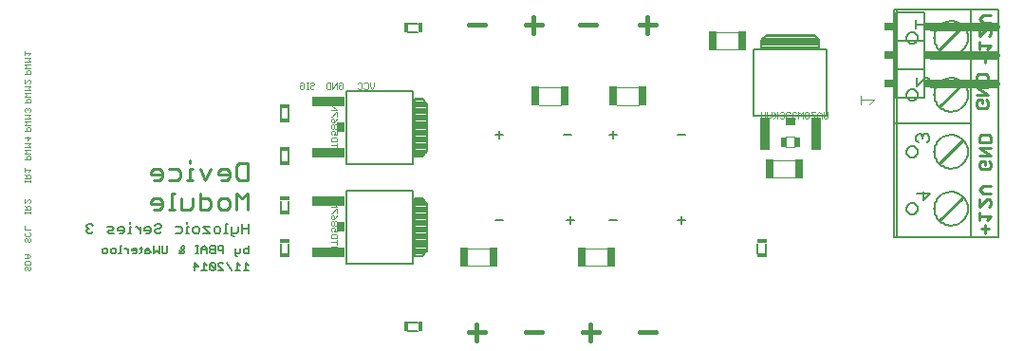
<source format=gbo>
G75*
%MOIN*%
%OFA0B0*%
%FSLAX24Y24*%
%IPPOS*%
%LPD*%
%AMOC8*
5,1,8,0,0,1.08239X$1,22.5*
%
%ADD10C,0.0020*%
%ADD11C,0.0040*%
%ADD12C,0.0090*%
%ADD13C,0.0150*%
%ADD14C,0.0110*%
%ADD15C,0.0050*%
%ADD16C,0.0080*%
%ADD17C,0.0060*%
%ADD18R,0.0295X0.0669*%
%ADD19C,0.0300*%
%ADD20R,0.0200X0.0300*%
%ADD21R,0.0400X0.0300*%
%ADD22R,0.0340X0.0160*%
%ADD23R,0.0160X0.0340*%
%ADD24R,0.1140X0.0340*%
%ADD25R,0.0300X0.0340*%
%ADD26C,0.0079*%
%ADD27C,0.0100*%
%ADD28R,0.0197X0.0374*%
%ADD29R,0.0340X0.1140*%
%ADD30R,0.0340X0.0300*%
D10*
X018324Y003804D02*
X018544Y003804D01*
X018324Y003951D01*
X018544Y003951D01*
X018544Y004025D02*
X018544Y004172D01*
X018544Y004099D02*
X018324Y004099D01*
X018324Y004246D02*
X018324Y004357D01*
X018360Y004393D01*
X018507Y004393D01*
X018544Y004357D01*
X018544Y004246D01*
X018324Y004246D01*
X018360Y004467D02*
X018324Y004504D01*
X018324Y004577D01*
X018360Y004614D01*
X018434Y004614D01*
X018471Y004577D01*
X018471Y004541D01*
X018434Y004467D01*
X018544Y004467D01*
X018544Y004614D01*
X018507Y004688D02*
X018471Y004688D01*
X018434Y004725D01*
X018434Y004798D01*
X018397Y004835D01*
X018360Y004835D01*
X018324Y004798D01*
X018324Y004725D01*
X018360Y004688D01*
X018397Y004688D01*
X018434Y004725D01*
X018434Y004798D02*
X018471Y004835D01*
X018507Y004835D01*
X018544Y004798D01*
X018544Y004725D01*
X018507Y004688D01*
X018434Y004909D02*
X018434Y005019D01*
X018397Y005056D01*
X018360Y005056D01*
X018324Y005019D01*
X018324Y004946D01*
X018360Y004909D01*
X018434Y004909D01*
X018507Y004983D01*
X018544Y005056D01*
X018544Y005130D02*
X018544Y005277D01*
X018507Y005277D01*
X018360Y005130D01*
X018324Y005130D01*
X018324Y005351D02*
X018544Y005351D01*
X018324Y005498D01*
X018544Y005498D01*
X018544Y005572D02*
X018324Y005572D01*
X018324Y005719D01*
X018324Y007204D02*
X018544Y007204D01*
X018324Y007351D01*
X018544Y007351D01*
X018544Y007425D02*
X018544Y007572D01*
X018544Y007499D02*
X018324Y007499D01*
X018324Y007646D02*
X018324Y007757D01*
X018360Y007793D01*
X018507Y007793D01*
X018544Y007757D01*
X018544Y007646D01*
X018324Y007646D01*
X018360Y007867D02*
X018324Y007904D01*
X018324Y007977D01*
X018360Y008014D01*
X018434Y008014D01*
X018471Y007977D01*
X018471Y007941D01*
X018434Y007867D01*
X018544Y007867D01*
X018544Y008014D01*
X018507Y008088D02*
X018471Y008088D01*
X018434Y008125D01*
X018434Y008198D01*
X018397Y008235D01*
X018360Y008235D01*
X018324Y008198D01*
X018324Y008125D01*
X018360Y008088D01*
X018397Y008088D01*
X018434Y008125D01*
X018434Y008198D02*
X018471Y008235D01*
X018507Y008235D01*
X018544Y008198D01*
X018544Y008125D01*
X018507Y008088D01*
X018434Y008309D02*
X018434Y008419D01*
X018397Y008456D01*
X018360Y008456D01*
X018324Y008419D01*
X018324Y008346D01*
X018360Y008309D01*
X018434Y008309D01*
X018507Y008383D01*
X018544Y008456D01*
X018544Y008530D02*
X018544Y008677D01*
X018507Y008677D01*
X018360Y008530D01*
X018324Y008530D01*
X018324Y008751D02*
X018544Y008751D01*
X018324Y008898D01*
X018544Y008898D01*
X018544Y008972D02*
X018324Y008972D01*
X018324Y009119D01*
X018302Y009493D02*
X018192Y009493D01*
X018155Y009530D01*
X018155Y009677D01*
X018192Y009714D01*
X018302Y009714D01*
X018302Y009493D01*
X018192Y009493D01*
X018155Y009530D01*
X018155Y009677D01*
X018192Y009714D01*
X018302Y009714D01*
X018302Y009493D01*
X018376Y009493D02*
X018376Y009714D01*
X018376Y009493D01*
X018523Y009714D01*
X018523Y009493D01*
X018523Y009714D01*
X018376Y009493D01*
X018597Y009530D02*
X018597Y009603D01*
X018670Y009603D01*
X018597Y009603D01*
X018597Y009530D01*
X018634Y009493D01*
X018707Y009493D01*
X018744Y009530D01*
X018744Y009677D01*
X018707Y009714D01*
X018634Y009714D01*
X018597Y009677D01*
X018634Y009714D01*
X018707Y009714D01*
X018744Y009677D01*
X018744Y009530D01*
X018707Y009493D01*
X018634Y009493D01*
X018597Y009530D01*
X019255Y009530D02*
X019292Y009493D01*
X019365Y009493D01*
X019402Y009530D01*
X019402Y009677D01*
X019365Y009714D01*
X019292Y009714D01*
X019255Y009677D01*
X019476Y009677D02*
X019513Y009714D01*
X019586Y009714D01*
X019623Y009677D01*
X019623Y009530D01*
X019586Y009493D01*
X019513Y009493D01*
X019476Y009530D01*
X019697Y009567D02*
X019697Y009714D01*
X019844Y009714D02*
X019844Y009567D01*
X019770Y009493D01*
X019697Y009567D01*
X017744Y009530D02*
X017707Y009493D01*
X017634Y009493D01*
X017597Y009530D01*
X017597Y009567D01*
X017634Y009603D01*
X017707Y009603D01*
X017744Y009640D01*
X017744Y009677D01*
X017707Y009714D01*
X017634Y009714D01*
X017597Y009677D01*
X017523Y009714D02*
X017449Y009714D01*
X017486Y009714D02*
X017486Y009493D01*
X017523Y009493D02*
X017449Y009493D01*
X017375Y009530D02*
X017339Y009493D01*
X017265Y009493D01*
X017229Y009530D01*
X017229Y009603D01*
X017302Y009603D01*
X017375Y009677D02*
X017375Y009530D01*
X017375Y009677D02*
X017339Y009714D01*
X017265Y009714D01*
X017229Y009677D01*
X033418Y008674D02*
X033418Y008490D01*
X033455Y008453D01*
X033528Y008453D01*
X033565Y008490D01*
X033565Y008674D01*
X033639Y008674D02*
X033639Y008527D01*
X033712Y008453D01*
X033786Y008527D01*
X033786Y008674D01*
X033860Y008674D02*
X034007Y008527D01*
X033970Y008563D02*
X033860Y008453D01*
X034007Y008453D02*
X034007Y008674D01*
X034081Y008637D02*
X034118Y008674D01*
X034191Y008674D01*
X034228Y008637D01*
X034228Y008490D01*
X034191Y008453D01*
X034118Y008453D01*
X034081Y008490D01*
X034302Y008490D02*
X034339Y008453D01*
X034412Y008453D01*
X034449Y008490D01*
X034523Y008490D02*
X034560Y008453D01*
X034633Y008453D01*
X034670Y008490D01*
X034744Y008453D02*
X034744Y008674D01*
X034817Y008600D01*
X034891Y008674D01*
X034891Y008453D01*
X034965Y008490D02*
X035002Y008453D01*
X035075Y008453D01*
X035112Y008490D01*
X035112Y008527D01*
X035075Y008563D01*
X035002Y008563D01*
X034965Y008527D01*
X034965Y008490D01*
X035002Y008563D02*
X034965Y008600D01*
X034965Y008637D01*
X035002Y008674D01*
X035075Y008674D01*
X035112Y008637D01*
X035112Y008600D01*
X035075Y008563D01*
X035186Y008637D02*
X035333Y008490D01*
X035333Y008453D01*
X035407Y008453D02*
X035407Y008600D01*
X035480Y008674D01*
X035554Y008600D01*
X035554Y008453D01*
X035628Y008490D02*
X035665Y008453D01*
X035738Y008453D01*
X035775Y008490D01*
X035775Y008674D01*
X035628Y008674D02*
X035628Y008490D01*
X035554Y008563D02*
X035407Y008563D01*
X035333Y008674D02*
X035186Y008674D01*
X035186Y008637D01*
X034670Y008637D02*
X034633Y008674D01*
X034560Y008674D01*
X034523Y008637D01*
X034523Y008600D01*
X034560Y008563D01*
X034523Y008527D01*
X034523Y008490D01*
X034560Y008563D02*
X034596Y008563D01*
X034449Y008637D02*
X034412Y008674D01*
X034339Y008674D01*
X034302Y008637D01*
X034302Y008600D01*
X034339Y008563D01*
X034302Y008527D01*
X034302Y008490D01*
X034339Y008563D02*
X034375Y008563D01*
D11*
X007607Y003103D02*
X007574Y003137D01*
X007574Y003203D01*
X007607Y003237D01*
X007641Y003237D01*
X007674Y003203D01*
X007674Y003137D01*
X007707Y003103D01*
X007741Y003103D01*
X007774Y003137D01*
X007774Y003203D01*
X007741Y003237D01*
X007774Y003324D02*
X007574Y003324D01*
X007574Y003424D01*
X007607Y003458D01*
X007741Y003458D01*
X007774Y003424D01*
X007774Y003324D01*
X007707Y003545D02*
X007574Y003545D01*
X007674Y003545D02*
X007674Y003679D01*
X007707Y003679D02*
X007574Y003679D01*
X007707Y003679D02*
X007774Y003612D01*
X007707Y003545D01*
X007707Y004103D02*
X007674Y004137D01*
X007674Y004203D01*
X007641Y004237D01*
X007607Y004237D01*
X007574Y004203D01*
X007574Y004137D01*
X007607Y004103D01*
X007707Y004103D02*
X007741Y004103D01*
X007774Y004137D01*
X007774Y004203D01*
X007741Y004237D01*
X007741Y004324D02*
X007607Y004324D01*
X007574Y004358D01*
X007574Y004424D01*
X007607Y004458D01*
X007574Y004545D02*
X007574Y004679D01*
X007574Y004545D02*
X007774Y004545D01*
X007741Y004458D02*
X007774Y004424D01*
X007774Y004358D01*
X007741Y004324D01*
X007774Y005103D02*
X007774Y005170D01*
X007774Y005137D02*
X007574Y005137D01*
X007574Y005170D02*
X007574Y005103D01*
X007574Y005251D02*
X007774Y005251D01*
X007774Y005351D01*
X007741Y005384D01*
X007674Y005384D01*
X007641Y005351D01*
X007641Y005251D01*
X007641Y005317D02*
X007574Y005384D01*
X007574Y005472D02*
X007707Y005605D01*
X007741Y005605D01*
X007774Y005572D01*
X007774Y005505D01*
X007741Y005472D01*
X007574Y005472D02*
X007574Y005605D01*
X007574Y006203D02*
X007574Y006270D01*
X007574Y006237D02*
X007774Y006237D01*
X007774Y006270D02*
X007774Y006203D01*
X007774Y006351D02*
X007574Y006351D01*
X007641Y006351D02*
X007641Y006451D01*
X007674Y006484D01*
X007741Y006484D01*
X007774Y006451D01*
X007774Y006351D01*
X007641Y006417D02*
X007574Y006484D01*
X007574Y006572D02*
X007574Y006705D01*
X007574Y006638D02*
X007774Y006638D01*
X007707Y006572D01*
X007641Y007003D02*
X007641Y007103D01*
X007674Y007137D01*
X007741Y007137D01*
X007774Y007103D01*
X007774Y007003D01*
X007574Y007003D01*
X007574Y007224D02*
X007641Y007291D01*
X007574Y007358D01*
X007774Y007358D01*
X007774Y007445D02*
X007574Y007445D01*
X007574Y007579D02*
X007774Y007579D01*
X007707Y007512D01*
X007774Y007445D01*
X007674Y007666D02*
X007674Y007800D01*
X007774Y007766D02*
X007674Y007666D01*
X007574Y007766D02*
X007774Y007766D01*
X007774Y008003D02*
X007574Y008003D01*
X007641Y008003D02*
X007641Y008103D01*
X007674Y008137D01*
X007741Y008137D01*
X007774Y008103D01*
X007774Y008003D01*
X007774Y008224D02*
X007574Y008224D01*
X007641Y008291D01*
X007574Y008358D01*
X007774Y008358D01*
X007774Y008445D02*
X007707Y008512D01*
X007774Y008579D01*
X007574Y008579D01*
X007607Y008666D02*
X007574Y008700D01*
X007574Y008766D01*
X007607Y008800D01*
X007641Y008800D01*
X007674Y008766D01*
X007674Y008733D01*
X007674Y008766D02*
X007707Y008800D01*
X007741Y008800D01*
X007774Y008766D01*
X007774Y008700D01*
X007741Y008666D01*
X007774Y008445D02*
X007574Y008445D01*
X007574Y009003D02*
X007774Y009003D01*
X007774Y009103D01*
X007741Y009137D01*
X007674Y009137D01*
X007641Y009103D01*
X007641Y009003D01*
X007574Y009224D02*
X007641Y009291D01*
X007574Y009358D01*
X007774Y009358D01*
X007774Y009445D02*
X007574Y009445D01*
X007574Y009579D02*
X007774Y009579D01*
X007707Y009512D01*
X007774Y009445D01*
X007741Y009666D02*
X007774Y009700D01*
X007774Y009766D01*
X007741Y009800D01*
X007707Y009800D01*
X007574Y009666D01*
X007574Y009800D01*
X007574Y010003D02*
X007774Y010003D01*
X007774Y010103D01*
X007741Y010137D01*
X007674Y010137D01*
X007641Y010103D01*
X007641Y010003D01*
X007574Y010224D02*
X007641Y010291D01*
X007574Y010358D01*
X007774Y010358D01*
X007774Y010445D02*
X007574Y010445D01*
X007574Y010579D02*
X007774Y010579D01*
X007707Y010512D01*
X007774Y010445D01*
X007707Y010666D02*
X007774Y010733D01*
X007574Y010733D01*
X007574Y010666D02*
X007574Y010800D01*
X007574Y010224D02*
X007774Y010224D01*
X007774Y009224D02*
X007574Y009224D01*
X007574Y007224D02*
X007774Y007224D01*
X023124Y003893D02*
X023884Y003893D01*
X023884Y003273D02*
X023124Y003273D01*
X027274Y003273D02*
X028034Y003273D01*
X028034Y003893D02*
X027274Y003893D01*
X033874Y006373D02*
X034634Y006373D01*
X034634Y006993D02*
X033874Y006993D01*
X034314Y007463D02*
X034594Y007463D01*
X034594Y007798D02*
X034314Y007798D01*
X036924Y008953D02*
X036924Y009260D01*
X036924Y009107D02*
X037384Y009107D01*
X037231Y008953D01*
X032634Y010873D02*
X031874Y010873D01*
X031874Y011493D02*
X032634Y011493D01*
X029134Y009543D02*
X028374Y009543D01*
X028374Y008923D02*
X029134Y008923D01*
X026384Y008923D02*
X025624Y008923D01*
X025624Y009543D02*
X026384Y009543D01*
D12*
X040999Y009562D02*
X041409Y009562D01*
X041409Y009749D02*
X040999Y009749D01*
X040999Y009954D01*
X041067Y010023D01*
X041341Y010023D01*
X041409Y009954D01*
X041409Y009749D01*
X040999Y009562D02*
X041409Y009289D01*
X040999Y009289D01*
X041067Y009102D02*
X041204Y009102D01*
X041204Y008965D01*
X041341Y008828D02*
X041067Y008828D01*
X040999Y008897D01*
X040999Y009034D01*
X041067Y009102D01*
X041341Y009102D02*
X041409Y009034D01*
X041409Y008897D01*
X041341Y008828D01*
X041441Y007873D02*
X041167Y007873D01*
X041099Y007804D01*
X041099Y007599D01*
X041509Y007599D01*
X041509Y007804D01*
X041441Y007873D01*
X041509Y007412D02*
X041099Y007412D01*
X041509Y007139D01*
X041099Y007139D01*
X041167Y006952D02*
X041304Y006952D01*
X041304Y006815D01*
X041441Y006678D02*
X041167Y006678D01*
X041099Y006747D01*
X041099Y006884D01*
X041167Y006952D01*
X041441Y006952D02*
X041509Y006884D01*
X041509Y006747D01*
X041441Y006678D01*
X041509Y006083D02*
X041236Y006083D01*
X041099Y005946D01*
X041236Y005810D01*
X041509Y005810D01*
X041441Y005623D02*
X041509Y005554D01*
X041509Y005418D01*
X041441Y005349D01*
X041372Y005623D02*
X041099Y005349D01*
X041099Y005623D01*
X041372Y005623D02*
X041441Y005623D01*
X041099Y005162D02*
X041099Y004889D01*
X041099Y005026D02*
X041509Y005026D01*
X041372Y004889D01*
X041304Y004702D02*
X041304Y004428D01*
X041441Y004565D02*
X041167Y004565D01*
X041304Y010428D02*
X041304Y010702D01*
X041441Y010565D02*
X041167Y010565D01*
X041099Y010889D02*
X041099Y011162D01*
X041099Y011026D02*
X041509Y011026D01*
X041372Y010889D01*
X041441Y011349D02*
X041509Y011418D01*
X041509Y011554D01*
X041441Y011623D01*
X041372Y011623D01*
X041099Y011349D01*
X041099Y011623D01*
X041236Y011810D02*
X041099Y011946D01*
X041236Y012083D01*
X041509Y012083D01*
X041509Y011810D02*
X041236Y011810D01*
D13*
X029729Y011734D02*
X029162Y011734D01*
X029445Y012017D02*
X029445Y011450D01*
X027629Y011734D02*
X027062Y011734D01*
X025729Y011734D02*
X025162Y011734D01*
X025445Y012017D02*
X025445Y011450D01*
X023729Y011734D02*
X023162Y011734D01*
X023445Y001217D02*
X023445Y000650D01*
X023162Y000934D02*
X023729Y000934D01*
X025162Y000934D02*
X025729Y000934D01*
X027162Y000934D02*
X027729Y000934D01*
X027445Y001217D02*
X027445Y000650D01*
X029162Y000934D02*
X029729Y000934D01*
D14*
X015399Y005238D02*
X015399Y005829D01*
X015202Y005632D01*
X015005Y005829D01*
X015005Y005238D01*
X014754Y005337D02*
X014656Y005238D01*
X014459Y005238D01*
X014361Y005337D01*
X014361Y005534D01*
X014459Y005632D01*
X014656Y005632D01*
X014754Y005534D01*
X014754Y005337D01*
X014110Y005337D02*
X014110Y005534D01*
X014011Y005632D01*
X013716Y005632D01*
X013465Y005632D02*
X013465Y005337D01*
X013367Y005238D01*
X013071Y005238D01*
X013071Y005632D01*
X012391Y005534D02*
X012292Y005632D01*
X012096Y005632D01*
X011997Y005534D01*
X011997Y005435D01*
X012391Y005435D01*
X012391Y005337D02*
X012391Y005534D01*
X012391Y005337D02*
X012292Y005238D01*
X012096Y005238D01*
X012624Y005238D02*
X012821Y005238D01*
X012722Y005238D02*
X012722Y005829D01*
X012821Y005829D01*
X013716Y005829D02*
X013716Y005238D01*
X014011Y005238D01*
X014110Y005337D01*
X013913Y006288D02*
X013716Y006682D01*
X013465Y006682D02*
X013367Y006682D01*
X013367Y006288D01*
X013465Y006288D02*
X013268Y006288D01*
X013035Y006387D02*
X012937Y006288D01*
X012642Y006288D01*
X012391Y006387D02*
X012391Y006584D01*
X012292Y006682D01*
X012096Y006682D01*
X011997Y006584D01*
X011997Y006485D01*
X012391Y006485D01*
X012391Y006387D02*
X012292Y006288D01*
X012096Y006288D01*
X012642Y006682D02*
X012937Y006682D01*
X013035Y006584D01*
X013035Y006387D01*
X013913Y006288D02*
X014110Y006682D01*
X014361Y006584D02*
X014361Y006485D01*
X014754Y006485D01*
X014754Y006387D02*
X014754Y006584D01*
X014656Y006682D01*
X014459Y006682D01*
X014361Y006584D01*
X015005Y006780D02*
X015104Y006879D01*
X015399Y006879D01*
X015399Y006288D01*
X015104Y006288D01*
X015005Y006387D01*
X015005Y006780D01*
X014754Y006387D02*
X014656Y006288D01*
X014459Y006288D01*
X013367Y006879D02*
X013367Y006977D01*
D15*
X013571Y003979D02*
X013661Y003979D01*
X013616Y003979D02*
X013616Y003708D01*
X013661Y003708D02*
X013571Y003708D01*
X013775Y003708D02*
X013775Y003888D01*
X013865Y003979D01*
X013956Y003888D01*
X013956Y003708D01*
X014070Y003753D02*
X014115Y003708D01*
X014250Y003708D01*
X014250Y003979D01*
X014115Y003979D01*
X014070Y003934D01*
X014070Y003888D01*
X014115Y003843D01*
X014250Y003843D01*
X014365Y003843D02*
X014365Y003934D01*
X014410Y003979D01*
X014545Y003979D01*
X014545Y003708D01*
X014545Y003798D02*
X014410Y003798D01*
X014365Y003843D01*
X014115Y003843D02*
X014070Y003798D01*
X014070Y003753D01*
X013956Y003843D02*
X013775Y003843D01*
X013170Y003798D02*
X013080Y003888D01*
X013080Y003934D01*
X013125Y003979D01*
X013170Y003934D01*
X013170Y003888D01*
X012990Y003708D01*
X013080Y003708D02*
X013125Y003708D01*
X013170Y003753D01*
X013170Y003798D01*
X013080Y003708D02*
X012990Y003798D01*
X012580Y003753D02*
X012535Y003708D01*
X012445Y003708D01*
X012400Y003753D01*
X012400Y003979D01*
X012286Y003979D02*
X012286Y003708D01*
X012196Y003798D01*
X012106Y003708D01*
X012106Y003979D01*
X011946Y003888D02*
X011856Y003888D01*
X011811Y003843D01*
X011811Y003708D01*
X011946Y003708D01*
X011991Y003753D01*
X011946Y003798D01*
X011811Y003798D01*
X011697Y003888D02*
X011606Y003888D01*
X011651Y003934D02*
X011651Y003753D01*
X011606Y003708D01*
X011500Y003753D02*
X011455Y003708D01*
X011365Y003708D01*
X011320Y003798D02*
X011500Y003798D01*
X011500Y003753D02*
X011500Y003843D01*
X011455Y003888D01*
X011365Y003888D01*
X011320Y003843D01*
X011320Y003798D01*
X011205Y003798D02*
X011115Y003888D01*
X011070Y003888D01*
X011205Y003888D02*
X011205Y003708D01*
X010960Y003708D02*
X010870Y003708D01*
X010915Y003708D02*
X010915Y003979D01*
X010960Y003979D01*
X010763Y003843D02*
X010718Y003888D01*
X010628Y003888D01*
X010583Y003843D01*
X010583Y003753D01*
X010628Y003708D01*
X010718Y003708D01*
X010763Y003753D01*
X010763Y003843D01*
X010469Y003843D02*
X010424Y003888D01*
X010334Y003888D01*
X010289Y003843D01*
X010289Y003753D01*
X010334Y003708D01*
X010424Y003708D01*
X010469Y003753D01*
X010469Y003843D01*
X012580Y003753D02*
X012580Y003979D01*
X013526Y003379D02*
X013661Y003243D01*
X013481Y003243D01*
X013526Y003108D02*
X013526Y003379D01*
X013865Y003379D02*
X013865Y003108D01*
X013775Y003108D02*
X013956Y003108D01*
X014070Y003153D02*
X014115Y003108D01*
X014205Y003108D01*
X014250Y003153D01*
X014070Y003334D01*
X014070Y003153D01*
X013956Y003288D02*
X013865Y003379D01*
X014070Y003334D02*
X014115Y003379D01*
X014205Y003379D01*
X014250Y003334D01*
X014250Y003153D01*
X014365Y003108D02*
X014545Y003108D01*
X014365Y003288D01*
X014365Y003334D01*
X014410Y003379D01*
X014500Y003379D01*
X014545Y003334D01*
X014659Y003379D02*
X014839Y003108D01*
X014954Y003108D02*
X015134Y003108D01*
X015044Y003108D02*
X015044Y003379D01*
X015134Y003288D01*
X015339Y003379D02*
X015339Y003108D01*
X015429Y003108D02*
X015249Y003108D01*
X015429Y003288D02*
X015339Y003379D01*
X015294Y003708D02*
X015249Y003753D01*
X015249Y003843D01*
X015294Y003888D01*
X015429Y003888D01*
X015429Y003979D02*
X015429Y003708D01*
X015294Y003708D01*
X015134Y003753D02*
X015089Y003708D01*
X014954Y003708D01*
X014954Y003663D02*
X014999Y003618D01*
X015044Y003618D01*
X014954Y003663D02*
X014954Y003888D01*
X015134Y003888D02*
X015134Y003753D01*
X038899Y005803D02*
X039349Y005803D01*
X039124Y005578D01*
X039124Y005878D01*
X039254Y007598D02*
X039329Y007673D01*
X039329Y007823D01*
X039254Y007898D01*
X039179Y007898D01*
X039104Y007823D01*
X039029Y007898D01*
X038954Y007898D01*
X038879Y007823D01*
X038879Y007673D01*
X038954Y007598D01*
X039104Y007748D02*
X039104Y007823D01*
X039274Y009578D02*
X039349Y009653D01*
X039349Y009803D01*
X039274Y009878D01*
X039199Y009878D01*
X038899Y009578D01*
X038899Y009878D01*
X038879Y011598D02*
X038879Y011898D01*
X038879Y011748D02*
X039329Y011748D01*
X039179Y011598D01*
D16*
X035744Y010893D02*
X033163Y010893D01*
X033164Y010893D02*
X033164Y008533D01*
X035744Y008533D01*
X035744Y010893D01*
X035464Y010933D02*
X033444Y010933D01*
X033444Y011213D01*
X033624Y011393D01*
X035284Y011393D01*
X035464Y011213D01*
X035464Y010933D01*
X028224Y008024D02*
X028224Y007743D01*
X028364Y007884D02*
X028084Y007884D01*
X026764Y007884D02*
X026484Y007884D01*
X024364Y007884D02*
X024084Y007884D01*
X024224Y008024D02*
X024224Y007743D01*
X021714Y007303D02*
X021534Y007123D01*
X021254Y007123D01*
X021254Y009143D01*
X021534Y009143D01*
X021714Y008963D01*
X021714Y007303D01*
X021214Y006843D02*
X018854Y006843D01*
X018854Y009423D01*
X021214Y009423D01*
X021213Y009424D02*
X021214Y006843D01*
X021213Y005924D02*
X021214Y003343D01*
X018854Y003343D01*
X018854Y005923D01*
X021214Y005923D01*
X021254Y005643D02*
X021254Y003623D01*
X021534Y003623D01*
X021714Y003803D01*
X021714Y005463D01*
X021534Y005643D01*
X021254Y005643D01*
X024084Y004884D02*
X024364Y004884D01*
X026584Y004884D02*
X026864Y004884D01*
X026724Y005024D02*
X026724Y004743D01*
X028084Y004884D02*
X028364Y004884D01*
X030484Y004884D02*
X030764Y004884D01*
X030624Y005024D02*
X030624Y004743D01*
X030764Y007884D02*
X030484Y007884D01*
D17*
X038104Y008283D02*
X038104Y012283D01*
X038204Y012283D01*
X038204Y004283D01*
X040804Y004283D01*
X040804Y004933D01*
X040804Y005633D01*
X040804Y006933D01*
X040804Y007633D01*
X040804Y008283D01*
X038104Y008283D01*
X038104Y004283D01*
X038204Y004283D01*
X040804Y004283D02*
X041754Y004283D01*
X041754Y012283D01*
X040804Y012283D01*
X040804Y011633D01*
X040804Y010933D01*
X040804Y009633D01*
X040804Y008933D01*
X040804Y008283D01*
X039154Y009183D02*
X038154Y009183D01*
X038154Y010183D01*
X038154Y011183D01*
X038154Y012183D01*
X039154Y012183D01*
X039154Y011183D01*
X039154Y010183D01*
X039154Y009183D01*
X038534Y009283D02*
X038536Y009311D01*
X038542Y009338D01*
X038551Y009364D01*
X038564Y009389D01*
X038581Y009412D01*
X038600Y009432D01*
X038622Y009449D01*
X038646Y009463D01*
X038672Y009473D01*
X038699Y009480D01*
X038727Y009483D01*
X038755Y009482D01*
X038782Y009477D01*
X038809Y009468D01*
X038834Y009456D01*
X038857Y009441D01*
X038878Y009422D01*
X038896Y009401D01*
X038911Y009377D01*
X038922Y009351D01*
X038930Y009325D01*
X038934Y009297D01*
X038934Y009269D01*
X038930Y009241D01*
X038922Y009215D01*
X038911Y009189D01*
X038896Y009165D01*
X038878Y009144D01*
X038857Y009125D01*
X038834Y009110D01*
X038809Y009098D01*
X038782Y009089D01*
X038755Y009084D01*
X038727Y009083D01*
X038699Y009086D01*
X038672Y009093D01*
X038646Y009103D01*
X038622Y009117D01*
X038600Y009134D01*
X038581Y009154D01*
X038564Y009177D01*
X038551Y009202D01*
X038542Y009228D01*
X038536Y009255D01*
X038534Y009283D01*
X039514Y009283D02*
X039516Y009331D01*
X039522Y009379D01*
X039532Y009426D01*
X039545Y009472D01*
X039562Y009517D01*
X039583Y009560D01*
X039608Y009602D01*
X039635Y009641D01*
X039666Y009678D01*
X039700Y009713D01*
X039736Y009744D01*
X039775Y009773D01*
X039816Y009798D01*
X039859Y009820D01*
X039903Y009838D01*
X039949Y009852D01*
X039996Y009863D01*
X040044Y009870D01*
X040092Y009873D01*
X040140Y009872D01*
X040188Y009867D01*
X040235Y009858D01*
X040282Y009846D01*
X040327Y009829D01*
X040371Y009809D01*
X040413Y009786D01*
X040453Y009759D01*
X040490Y009729D01*
X040525Y009696D01*
X040558Y009660D01*
X040587Y009622D01*
X040613Y009581D01*
X040636Y009539D01*
X040655Y009495D01*
X040670Y009449D01*
X040682Y009403D01*
X040690Y009355D01*
X040694Y009307D01*
X040694Y009259D01*
X040690Y009211D01*
X040682Y009163D01*
X040670Y009117D01*
X040655Y009071D01*
X040636Y009027D01*
X040613Y008985D01*
X040587Y008944D01*
X040558Y008906D01*
X040525Y008870D01*
X040490Y008837D01*
X040453Y008807D01*
X040413Y008780D01*
X040371Y008757D01*
X040327Y008737D01*
X040282Y008720D01*
X040235Y008708D01*
X040188Y008699D01*
X040140Y008694D01*
X040092Y008693D01*
X040044Y008696D01*
X039996Y008703D01*
X039949Y008714D01*
X039903Y008728D01*
X039859Y008746D01*
X039816Y008768D01*
X039775Y008793D01*
X039736Y008822D01*
X039700Y008853D01*
X039666Y008888D01*
X039635Y008925D01*
X039608Y008964D01*
X039583Y009006D01*
X039562Y009049D01*
X039545Y009094D01*
X039532Y009140D01*
X039522Y009187D01*
X039516Y009235D01*
X039514Y009283D01*
X039154Y010183D02*
X038154Y010183D01*
X038154Y011183D02*
X039154Y011183D01*
X038534Y011283D02*
X038536Y011311D01*
X038542Y011338D01*
X038551Y011364D01*
X038564Y011389D01*
X038581Y011412D01*
X038600Y011432D01*
X038622Y011449D01*
X038646Y011463D01*
X038672Y011473D01*
X038699Y011480D01*
X038727Y011483D01*
X038755Y011482D01*
X038782Y011477D01*
X038809Y011468D01*
X038834Y011456D01*
X038857Y011441D01*
X038878Y011422D01*
X038896Y011401D01*
X038911Y011377D01*
X038922Y011351D01*
X038930Y011325D01*
X038934Y011297D01*
X038934Y011269D01*
X038930Y011241D01*
X038922Y011215D01*
X038911Y011189D01*
X038896Y011165D01*
X038878Y011144D01*
X038857Y011125D01*
X038834Y011110D01*
X038809Y011098D01*
X038782Y011089D01*
X038755Y011084D01*
X038727Y011083D01*
X038699Y011086D01*
X038672Y011093D01*
X038646Y011103D01*
X038622Y011117D01*
X038600Y011134D01*
X038581Y011154D01*
X038564Y011177D01*
X038551Y011202D01*
X038542Y011228D01*
X038536Y011255D01*
X038534Y011283D01*
X039514Y011283D02*
X039516Y011331D01*
X039522Y011379D01*
X039532Y011426D01*
X039545Y011472D01*
X039562Y011517D01*
X039583Y011560D01*
X039608Y011602D01*
X039635Y011641D01*
X039666Y011678D01*
X039700Y011713D01*
X039736Y011744D01*
X039775Y011773D01*
X039816Y011798D01*
X039859Y011820D01*
X039903Y011838D01*
X039949Y011852D01*
X039996Y011863D01*
X040044Y011870D01*
X040092Y011873D01*
X040140Y011872D01*
X040188Y011867D01*
X040235Y011858D01*
X040282Y011846D01*
X040327Y011829D01*
X040371Y011809D01*
X040413Y011786D01*
X040453Y011759D01*
X040490Y011729D01*
X040525Y011696D01*
X040558Y011660D01*
X040587Y011622D01*
X040613Y011581D01*
X040636Y011539D01*
X040655Y011495D01*
X040670Y011449D01*
X040682Y011403D01*
X040690Y011355D01*
X040694Y011307D01*
X040694Y011259D01*
X040690Y011211D01*
X040682Y011163D01*
X040670Y011117D01*
X040655Y011071D01*
X040636Y011027D01*
X040613Y010985D01*
X040587Y010944D01*
X040558Y010906D01*
X040525Y010870D01*
X040490Y010837D01*
X040453Y010807D01*
X040413Y010780D01*
X040371Y010757D01*
X040327Y010737D01*
X040282Y010720D01*
X040235Y010708D01*
X040188Y010699D01*
X040140Y010694D01*
X040092Y010693D01*
X040044Y010696D01*
X039996Y010703D01*
X039949Y010714D01*
X039903Y010728D01*
X039859Y010746D01*
X039816Y010768D01*
X039775Y010793D01*
X039736Y010822D01*
X039700Y010853D01*
X039666Y010888D01*
X039635Y010925D01*
X039608Y010964D01*
X039583Y011006D01*
X039562Y011049D01*
X039545Y011094D01*
X039532Y011140D01*
X039522Y011187D01*
X039516Y011235D01*
X039514Y011283D01*
X040804Y012283D02*
X038204Y012283D01*
X038534Y007283D02*
X038536Y007311D01*
X038542Y007338D01*
X038551Y007364D01*
X038564Y007389D01*
X038581Y007412D01*
X038600Y007432D01*
X038622Y007449D01*
X038646Y007463D01*
X038672Y007473D01*
X038699Y007480D01*
X038727Y007483D01*
X038755Y007482D01*
X038782Y007477D01*
X038809Y007468D01*
X038834Y007456D01*
X038857Y007441D01*
X038878Y007422D01*
X038896Y007401D01*
X038911Y007377D01*
X038922Y007351D01*
X038930Y007325D01*
X038934Y007297D01*
X038934Y007269D01*
X038930Y007241D01*
X038922Y007215D01*
X038911Y007189D01*
X038896Y007165D01*
X038878Y007144D01*
X038857Y007125D01*
X038834Y007110D01*
X038809Y007098D01*
X038782Y007089D01*
X038755Y007084D01*
X038727Y007083D01*
X038699Y007086D01*
X038672Y007093D01*
X038646Y007103D01*
X038622Y007117D01*
X038600Y007134D01*
X038581Y007154D01*
X038564Y007177D01*
X038551Y007202D01*
X038542Y007228D01*
X038536Y007255D01*
X038534Y007283D01*
X039514Y007283D02*
X039516Y007331D01*
X039522Y007379D01*
X039532Y007426D01*
X039545Y007472D01*
X039562Y007517D01*
X039583Y007560D01*
X039608Y007602D01*
X039635Y007641D01*
X039666Y007678D01*
X039700Y007713D01*
X039736Y007744D01*
X039775Y007773D01*
X039816Y007798D01*
X039859Y007820D01*
X039903Y007838D01*
X039949Y007852D01*
X039996Y007863D01*
X040044Y007870D01*
X040092Y007873D01*
X040140Y007872D01*
X040188Y007867D01*
X040235Y007858D01*
X040282Y007846D01*
X040327Y007829D01*
X040371Y007809D01*
X040413Y007786D01*
X040453Y007759D01*
X040490Y007729D01*
X040525Y007696D01*
X040558Y007660D01*
X040587Y007622D01*
X040613Y007581D01*
X040636Y007539D01*
X040655Y007495D01*
X040670Y007449D01*
X040682Y007403D01*
X040690Y007355D01*
X040694Y007307D01*
X040694Y007259D01*
X040690Y007211D01*
X040682Y007163D01*
X040670Y007117D01*
X040655Y007071D01*
X040636Y007027D01*
X040613Y006985D01*
X040587Y006944D01*
X040558Y006906D01*
X040525Y006870D01*
X040490Y006837D01*
X040453Y006807D01*
X040413Y006780D01*
X040371Y006757D01*
X040327Y006737D01*
X040282Y006720D01*
X040235Y006708D01*
X040188Y006699D01*
X040140Y006694D01*
X040092Y006693D01*
X040044Y006696D01*
X039996Y006703D01*
X039949Y006714D01*
X039903Y006728D01*
X039859Y006746D01*
X039816Y006768D01*
X039775Y006793D01*
X039736Y006822D01*
X039700Y006853D01*
X039666Y006888D01*
X039635Y006925D01*
X039608Y006964D01*
X039583Y007006D01*
X039562Y007049D01*
X039545Y007094D01*
X039532Y007140D01*
X039522Y007187D01*
X039516Y007235D01*
X039514Y007283D01*
X039514Y005283D02*
X039516Y005331D01*
X039522Y005379D01*
X039532Y005426D01*
X039545Y005472D01*
X039562Y005517D01*
X039583Y005560D01*
X039608Y005602D01*
X039635Y005641D01*
X039666Y005678D01*
X039700Y005713D01*
X039736Y005744D01*
X039775Y005773D01*
X039816Y005798D01*
X039859Y005820D01*
X039903Y005838D01*
X039949Y005852D01*
X039996Y005863D01*
X040044Y005870D01*
X040092Y005873D01*
X040140Y005872D01*
X040188Y005867D01*
X040235Y005858D01*
X040282Y005846D01*
X040327Y005829D01*
X040371Y005809D01*
X040413Y005786D01*
X040453Y005759D01*
X040490Y005729D01*
X040525Y005696D01*
X040558Y005660D01*
X040587Y005622D01*
X040613Y005581D01*
X040636Y005539D01*
X040655Y005495D01*
X040670Y005449D01*
X040682Y005403D01*
X040690Y005355D01*
X040694Y005307D01*
X040694Y005259D01*
X040690Y005211D01*
X040682Y005163D01*
X040670Y005117D01*
X040655Y005071D01*
X040636Y005027D01*
X040613Y004985D01*
X040587Y004944D01*
X040558Y004906D01*
X040525Y004870D01*
X040490Y004837D01*
X040453Y004807D01*
X040413Y004780D01*
X040371Y004757D01*
X040327Y004737D01*
X040282Y004720D01*
X040235Y004708D01*
X040188Y004699D01*
X040140Y004694D01*
X040092Y004693D01*
X040044Y004696D01*
X039996Y004703D01*
X039949Y004714D01*
X039903Y004728D01*
X039859Y004746D01*
X039816Y004768D01*
X039775Y004793D01*
X039736Y004822D01*
X039700Y004853D01*
X039666Y004888D01*
X039635Y004925D01*
X039608Y004964D01*
X039583Y005006D01*
X039562Y005049D01*
X039545Y005094D01*
X039532Y005140D01*
X039522Y005187D01*
X039516Y005235D01*
X039514Y005283D01*
X038534Y005283D02*
X038536Y005311D01*
X038542Y005338D01*
X038551Y005364D01*
X038564Y005389D01*
X038581Y005412D01*
X038600Y005432D01*
X038622Y005449D01*
X038646Y005463D01*
X038672Y005473D01*
X038699Y005480D01*
X038727Y005483D01*
X038755Y005482D01*
X038782Y005477D01*
X038809Y005468D01*
X038834Y005456D01*
X038857Y005441D01*
X038878Y005422D01*
X038896Y005401D01*
X038911Y005377D01*
X038922Y005351D01*
X038930Y005325D01*
X038934Y005297D01*
X038934Y005269D01*
X038930Y005241D01*
X038922Y005215D01*
X038911Y005189D01*
X038896Y005165D01*
X038878Y005144D01*
X038857Y005125D01*
X038834Y005110D01*
X038809Y005098D01*
X038782Y005089D01*
X038755Y005084D01*
X038727Y005083D01*
X038699Y005086D01*
X038672Y005093D01*
X038646Y005103D01*
X038622Y005117D01*
X038600Y005134D01*
X038581Y005154D01*
X038564Y005177D01*
X038551Y005202D01*
X038542Y005228D01*
X038536Y005255D01*
X038534Y005283D01*
X033594Y004053D02*
X033594Y003713D01*
X033314Y003713D02*
X033314Y004053D01*
X021374Y001273D02*
X021034Y001273D01*
X021034Y000993D02*
X021374Y000993D01*
X016844Y003713D02*
X016844Y004053D01*
X016564Y004053D02*
X016564Y003713D01*
X014942Y004300D02*
X014885Y004300D01*
X014829Y004357D01*
X014829Y004640D01*
X014687Y004754D02*
X014630Y004754D01*
X014630Y004413D01*
X014574Y004413D02*
X014687Y004413D01*
X014829Y004413D02*
X014999Y004413D01*
X015055Y004470D01*
X015055Y004640D01*
X015197Y004583D02*
X015424Y004583D01*
X015424Y004413D02*
X015424Y004754D01*
X015197Y004754D02*
X015197Y004413D01*
X014442Y004470D02*
X014385Y004413D01*
X014271Y004413D01*
X014215Y004470D01*
X014215Y004583D01*
X014271Y004640D01*
X014385Y004640D01*
X014442Y004583D01*
X014442Y004470D01*
X014073Y004413D02*
X013846Y004413D01*
X013705Y004470D02*
X013648Y004413D01*
X013535Y004413D01*
X013478Y004470D01*
X013478Y004583D01*
X013535Y004640D01*
X013648Y004640D01*
X013705Y004583D01*
X013705Y004470D01*
X013846Y004640D02*
X014073Y004413D01*
X014073Y004640D02*
X013846Y004640D01*
X013337Y004640D02*
X013280Y004640D01*
X013280Y004413D01*
X013337Y004413D02*
X013223Y004413D01*
X013091Y004470D02*
X013034Y004413D01*
X012864Y004413D01*
X013091Y004470D02*
X013091Y004583D01*
X013034Y004640D01*
X012864Y004640D01*
X013280Y004754D02*
X013280Y004810D01*
X012354Y004697D02*
X012354Y004640D01*
X012298Y004583D01*
X012184Y004583D01*
X012128Y004527D01*
X012128Y004470D01*
X012184Y004413D01*
X012298Y004413D01*
X012354Y004470D01*
X012354Y004697D02*
X012298Y004754D01*
X012184Y004754D01*
X012128Y004697D01*
X011986Y004583D02*
X011929Y004640D01*
X011816Y004640D01*
X011759Y004583D01*
X011759Y004527D01*
X011986Y004527D01*
X011986Y004583D02*
X011986Y004470D01*
X011929Y004413D01*
X011816Y004413D01*
X011618Y004413D02*
X011618Y004640D01*
X011618Y004527D02*
X011504Y004640D01*
X011448Y004640D01*
X011311Y004640D02*
X011254Y004640D01*
X011254Y004413D01*
X011198Y004413D02*
X011311Y004413D01*
X011065Y004470D02*
X011009Y004413D01*
X010895Y004413D01*
X010839Y004527D02*
X011065Y004527D01*
X011065Y004583D02*
X011009Y004640D01*
X010895Y004640D01*
X010839Y004583D01*
X010839Y004527D01*
X010697Y004583D02*
X010640Y004640D01*
X010470Y004640D01*
X010527Y004527D02*
X010640Y004527D01*
X010697Y004583D01*
X010697Y004413D02*
X010527Y004413D01*
X010470Y004470D01*
X010527Y004527D01*
X009960Y004470D02*
X009904Y004413D01*
X009790Y004413D01*
X009734Y004470D01*
X009734Y004527D01*
X009790Y004583D01*
X009847Y004583D01*
X009790Y004583D02*
X009734Y004640D01*
X009734Y004697D01*
X009790Y004754D01*
X009904Y004754D01*
X009960Y004697D01*
X011065Y004583D02*
X011065Y004470D01*
X011254Y004754D02*
X011254Y004810D01*
X016564Y005213D02*
X016564Y005553D01*
X016844Y005553D02*
X016844Y005213D01*
X016844Y006963D02*
X016844Y007303D01*
X016564Y007303D02*
X016564Y006963D01*
X016564Y008463D02*
X016564Y008803D01*
X016844Y008803D02*
X016844Y008463D01*
X021034Y011493D02*
X021374Y011493D01*
X021374Y011773D02*
X021034Y011773D01*
D18*
X025481Y009234D03*
X026526Y009233D03*
X028231Y009234D03*
X029276Y009233D03*
X031731Y011184D03*
X032776Y011183D03*
X033731Y006684D03*
X034776Y006683D03*
X028176Y003583D03*
X027131Y003584D03*
X024026Y003583D03*
X022981Y003584D03*
D19*
X039404Y009683D02*
X041654Y009683D01*
X041654Y010683D02*
X039404Y010683D01*
X039404Y011683D02*
X041654Y011683D01*
D20*
X039254Y011683D03*
X039254Y010683D03*
X039254Y009683D03*
D21*
X037954Y009683D03*
X037954Y010683D03*
X037954Y011683D03*
D22*
X016704Y008883D03*
X016704Y008383D03*
X016704Y007383D03*
X016704Y006883D03*
X016704Y005633D03*
X016704Y005133D03*
X016704Y004133D03*
X016704Y003633D03*
X033454Y003633D03*
X033454Y004133D03*
D23*
X021454Y001133D03*
X020954Y001133D03*
X020954Y011633D03*
X021454Y011633D03*
D24*
X018244Y009033D03*
X018244Y007233D03*
X018244Y005533D03*
X018244Y003733D03*
D25*
X018664Y004633D03*
X018664Y008133D03*
D26*
X021254Y008099D02*
X021714Y008099D01*
X021714Y008022D02*
X021254Y008022D01*
X021254Y007945D02*
X021714Y007945D01*
X021714Y007868D02*
X021254Y007868D01*
X021254Y007791D02*
X021714Y007791D01*
X021714Y007714D02*
X021254Y007714D01*
X021254Y007637D02*
X021714Y007637D01*
X021714Y007559D02*
X021254Y007559D01*
X021254Y007482D02*
X021714Y007482D01*
X021714Y007405D02*
X021254Y007405D01*
X021254Y007328D02*
X021714Y007328D01*
X021714Y007303D02*
X021714Y008963D01*
X021534Y009143D01*
X021254Y009143D01*
X021254Y007123D01*
X021534Y007123D01*
X021714Y007303D01*
X021661Y007251D02*
X021254Y007251D01*
X021254Y007174D02*
X021584Y007174D01*
X021714Y008177D02*
X021254Y008177D01*
X021254Y008254D02*
X021714Y008254D01*
X021714Y008331D02*
X021254Y008331D01*
X021254Y008408D02*
X021714Y008408D01*
X021714Y008485D02*
X021254Y008485D01*
X021254Y008562D02*
X021714Y008562D01*
X021714Y008640D02*
X021254Y008640D01*
X021254Y008717D02*
X021714Y008717D01*
X021714Y008794D02*
X021254Y008794D01*
X021254Y008871D02*
X021714Y008871D01*
X021714Y008948D02*
X021254Y008948D01*
X021254Y009025D02*
X021652Y009025D01*
X021575Y009103D02*
X021254Y009103D01*
X021254Y005643D02*
X021254Y003623D01*
X021534Y003623D01*
X021714Y003803D01*
X021714Y005463D01*
X021534Y005643D01*
X021254Y005643D01*
X021254Y005630D02*
X021547Y005630D01*
X021624Y005553D02*
X021254Y005553D01*
X021254Y005476D02*
X021701Y005476D01*
X021714Y005399D02*
X021254Y005399D01*
X021254Y005322D02*
X021714Y005322D01*
X021714Y005245D02*
X021254Y005245D01*
X021254Y005167D02*
X021714Y005167D01*
X021714Y005090D02*
X021254Y005090D01*
X021254Y005013D02*
X021714Y005013D01*
X021714Y004936D02*
X021254Y004936D01*
X021254Y004859D02*
X021714Y004859D01*
X021714Y004782D02*
X021254Y004782D01*
X021254Y004704D02*
X021714Y004704D01*
X021714Y004627D02*
X021254Y004627D01*
X021254Y004550D02*
X021714Y004550D01*
X021714Y004473D02*
X021254Y004473D01*
X021254Y004396D02*
X021714Y004396D01*
X021714Y004319D02*
X021254Y004319D01*
X021254Y004241D02*
X021714Y004241D01*
X021714Y004164D02*
X021254Y004164D01*
X021254Y004087D02*
X021714Y004087D01*
X021714Y004010D02*
X021254Y004010D01*
X021254Y003933D02*
X021714Y003933D01*
X021714Y003856D02*
X021254Y003856D01*
X021254Y003778D02*
X021689Y003778D01*
X021612Y003701D02*
X021254Y003701D01*
X021254Y003624D02*
X021535Y003624D01*
X033444Y010933D02*
X035464Y010933D01*
X035464Y011213D01*
X035284Y011393D01*
X033624Y011393D01*
X033444Y011213D01*
X033444Y010933D01*
X033444Y010954D02*
X035464Y010954D01*
X035464Y011032D02*
X033444Y011032D01*
X033444Y011109D02*
X035464Y011109D01*
X035464Y011186D02*
X033444Y011186D01*
X033494Y011263D02*
X035414Y011263D01*
X035337Y011340D02*
X033571Y011340D01*
D27*
X039714Y010883D02*
X040504Y011673D01*
X040514Y009643D02*
X039714Y008893D01*
X040504Y007673D02*
X039714Y006883D01*
X040514Y005643D02*
X039714Y004893D01*
D28*
X034682Y007631D03*
X034222Y007631D03*
D29*
X033554Y007923D03*
X035354Y007923D03*
D30*
X034454Y008343D03*
M02*

</source>
